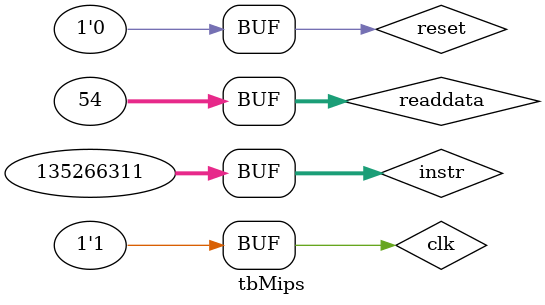
<source format=sv>
module tbMips();
logic clk, reset;
logic [31:0] pc, instr;
logic memwrite;
logic [31:0] aluout, writedata, readdata;

mips UT (clk, reset, pc, instr, memwrite, aluout, writedata, readdata);

initial
begin
#0 clk=1; reset=1; readdata=32'd54;

#5 clk=0; reset=0; instr=32'h2010000a;  //addi $s0,$0,10  
#5 clk=1; 

#5 clk=0; instr=32'h2011000f;  //addi $s1,$0,15  
#5 clk=1;

#5 clk=0; instr=32'h02114020; //add $t0, $s0,$s1
#5 clk=1; 

#5 clk=0; instr=32'h02304022; //sub $t0,$s1,$s0
#5 clk=1; 

#5 clk=0; instr=32'h02114024; //and $t0, $s0,$s1
#5 clk=1; 

#5 clk=0; instr=32'h02114025; //or $t0, $s0,$s1
#5 clk=1; 

#5 clk=0; instr=32'h8e09000a; //back: lw $t1, 10($s0) 100011,10000,01001,0000000000001010
#5 clk=1; 

#5 clk=0; instr=32'hae29000a; //next: sw $t1, 10($s1)
#5 clk=1; 

#5 clk=0; instr=32'h1211fffd; //beq $s0,$s1,back
#5 clk=1; 

#5 clk=0; instr=32'h2010000f; //addi $s0, $0,15
#5 clk=1; 

#5 clk=0; instr=32'h1211fffd; //beq $s0,$s1,back
#5 clk=1;

#5 clk=0; 
#5 clk=1; 

#5 clk=0; instr=32'h08100007; //j next
#5 clk=1;

#5 clk=0; 
#5 clk=1; 

end
endmodule

</source>
